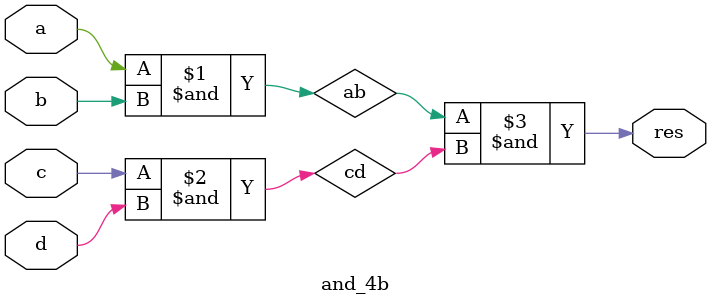
<source format=v>
module and_4b(output wire res,input wire a, input wire b, input wire c, input wire d );
    wire ab, cd; // Intermediate wires
    and (ab, a, b); // AND gate for a and b
    and (cd, c, d); // AND gate for c and d
    and (res, ab, cd); // AND gate for ab and cd
endmodule

</source>
